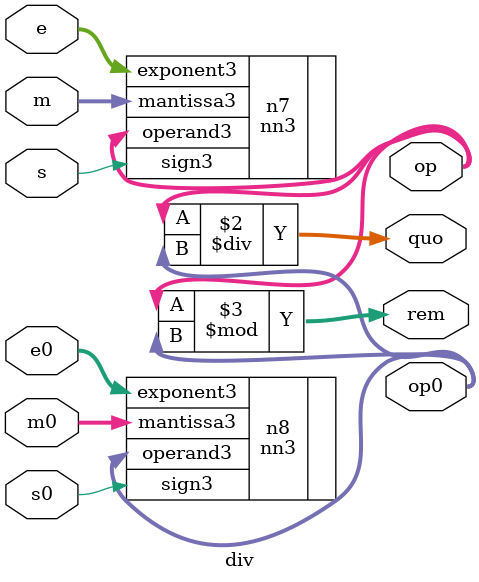
<source format=v>
`include "nn3.v"
module div(s,s0,e,e0,m,m0,op,op0,rem,quo);
   input s,s0;
   input [7:0]e,e0;
   input [22:0]m,m0;
   output [31:0]op,op0;
   output reg[31:0]rem,quo;

   nn3 n7(.sign3(s),.exponent3(e),.mantissa3(m),.operand3(op));
   nn3 n8(.sign3(s0),.exponent3(e0),.mantissa3(m0),.operand3(op0));

   always @(quo,rem,op,op0) begin
     quo=op/op0;
     rem=op%op0;
   end

endmodule
</source>
